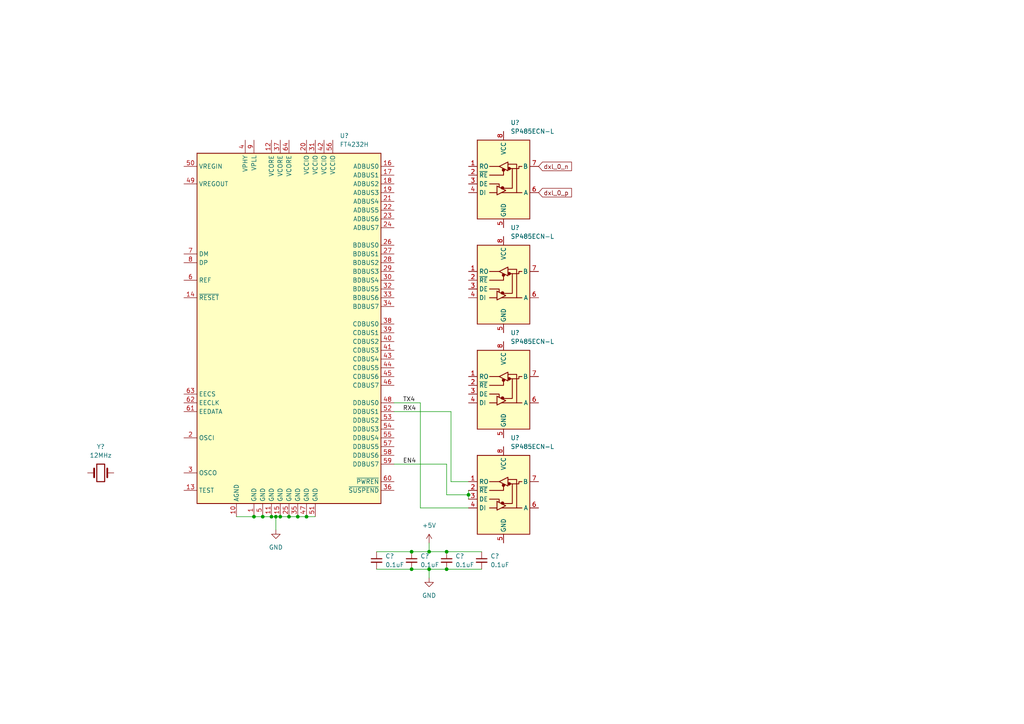
<source format=kicad_sch>
(kicad_sch (version 20211123) (generator eeschema)
  (paper "A4")
  (lib_symbols
    (symbol "Device:C_Small" (pin_numbers hide) (pin_names (offset 0.254) hide)
      (property "Reference" "C" (at 0.254 1.778 0))
      (property "Value" "C_Small" (at 0.254 -2.032 0))
      (symbol "C_Small_0_1"
        (polyline (pts (xy -1.524 -0.508) (xy 1.524 -0.508)) (stroke (width 0.3302)))
        (polyline (pts (xy -1.524 0.508) (xy 1.524 0.508)) (stroke (width 0.3048)))
      )
      (symbol "C_Small_1_1"
        (pin passive line (at 0 2.54 270) (length 2.032) (name "~") (number "1"))
        (pin passive line (at 0 -2.54 90) (length 2.032) (name "~") (number "2"))
      )
    )
    (symbol "Device:Crystal" (pin_numbers hide) (pin_names (offset 1.016) hide)
      (property "Reference" "Y" (at 0 3.81 0))
      (property "Value" "Crystal" (at 0 -3.81 0))
      (symbol "Crystal_0_1"
        (rectangle (start -1.143 2.54) (end 1.143 -2.54) (stroke (width 0.3048)))
        (polyline (pts (xy -2.54 0) (xy -1.905 0)))
        (polyline (pts (xy -1.905 -1.27) (xy -1.905 1.27)) (stroke (width 0.508)))
        (polyline (pts (xy 1.905 -1.27) (xy 1.905 1.27)) (stroke (width 0.508)))
        (polyline (pts (xy 2.54 0) (xy 1.905 0)))
      )
      (symbol "Crystal_1_1"
        (pin passive line (at -3.81 0 0) (length 1.27) (name "1") (number "1"))
        (pin passive line (at 3.81 0 180) (length 1.27) (name "2") (number "2"))
      )
    )
    (symbol "Interface_UART:MAX485E"
      (property "Reference" "U" (at -6.096 11.43 0))
      (property "Value" "MAX485E" (at 0.762 11.43 0))
      (symbol "MAX485E_0_1"
        (rectangle (start -7.62 10.16) (end 7.62 -12.7) (stroke (width 0.254)) (fill (type background)))
        (circle (center -0.3048 -3.683) (radius 0.3556) (stroke (width 0.254)) (fill (type outline)))
        (circle (center -0.0254 1.4986) (radius 0.3556) (stroke (width 0.254)) (fill (type outline)))
        (polyline (pts (xy -4.064 -5.08) (xy -1.905 -5.08)) (stroke (width 0.254)))
        (polyline (pts (xy -4.064 2.54) (xy -1.27 2.54)) (stroke (width 0.254)))
        (polyline (pts (xy -1.27 -3.2004) (xy -1.27 -3.4544)) (stroke (width 0.254)))
        (polyline (pts (xy -0.635 -5.08) (xy 5.334 -5.08)) (stroke (width 0.254)))
        (polyline (pts (xy -4.064 -2.54) (xy -1.27 -2.54) (xy -1.27 -3.175)) (stroke (width 0.254)))
        (polyline (pts (xy 0 1.27) (xy 0 0) (xy -4.064 0)) (stroke (width 0.254)))
        (polyline (pts (xy 1.27 3.175) (xy 3.81 3.175) (xy 3.81 -5.08)) (stroke (width 0.254)))
        (polyline (pts (xy 2.54 1.905) (xy 2.54 -3.81) (xy 0 -3.81)) (stroke (width 0.254)))
        (polyline (pts (xy -1.905 -3.175) (xy -1.905 -5.715) (xy 0.635 -4.445) (xy -1.905 -3.175)) (stroke (width 0.254)))
        (polyline (pts (xy -1.27 2.54) (xy 1.27 3.81) (xy 1.27 1.27) (xy -1.27 2.54)) (stroke (width 0.254)))
        (polyline (pts (xy 1.905 1.905) (xy 4.445 1.905) (xy 4.445 2.54) (xy 5.334 2.54)) (stroke (width 0.254)))
        (rectangle (start 1.27 3.175) (end 1.27 3.175))
        (circle (center 1.651 1.905) (radius 0.3556) (stroke (width 0.254)) (fill (type outline)))
      )
      (symbol "MAX485E_1_1"
        (pin output line (at -10.16 2.54 0) (length 2.54) (name "RO") (number "1"))
        (pin input line (at -10.16 0 0) (length 2.54) (name "~{RE}") (number "2"))
        (pin input line (at -10.16 -2.54 0) (length 2.54) (name "DE") (number "3"))
        (pin input line (at -10.16 -5.08 0) (length 2.54) (name "DI") (number "4"))
        (pin power_in line (at 0 -15.24 90) (length 2.54) (name "GND") (number "5"))
        (pin bidirectional line (at 10.16 -5.08 180) (length 2.54) (name "A") (number "6"))
        (pin bidirectional line (at 10.16 2.54 180) (length 2.54) (name "B") (number "7"))
        (pin power_in line (at 0 12.7 270) (length 2.54) (name "VCC") (number "8"))
      )
    )
    (symbol "Interface_USB:FT4232H"
      (property "Reference" "U" (at -26.67 53.34 0))
      (property "Value" "FT4232H" (at 19.05 53.34 0))
      (symbol "FT4232H_0_1"
        (rectangle (start -26.67 -49.53) (end 26.67 52.07) (stroke (width 0.254)) (fill (type background)))
      )
      (symbol "FT4232H_1_1"
        (pin power_in line (at -10.16 -53.34 90) (length 3.81) (name "GND") (number "1"))
        (pin power_in line (at -15.24 -53.34 90) (length 3.81) (name "AGND") (number "10"))
        (pin power_in line (at -5.08 -53.34 90) (length 3.81) (name "GND") (number "11"))
        (pin power_in line (at -5.08 55.88 270) (length 3.81) (name "VCORE") (number "12"))
        (pin input line (at -30.48 -45.72 0) (length 3.81) (name "TEST") (number "13"))
        (pin input line (at -30.48 10.16 0) (length 3.81) (name "~{RESET}") (number "14"))
        (pin power_in line (at -2.54 -53.34 90) (length 3.81) (name "GND") (number "15"))
        (pin bidirectional line (at 30.48 48.26 180) (length 3.81) (name "ADBUS0") (number "16"))
        (pin bidirectional line (at 30.48 45.72 180) (length 3.81) (name "ADBUS1") (number "17"))
        (pin bidirectional line (at 30.48 43.18 180) (length 3.81) (name "ADBUS2") (number "18"))
        (pin bidirectional line (at 30.48 40.64 180) (length 3.81) (name "ADBUS3") (number "19"))
        (pin input line (at -30.48 -30.48 0) (length 3.81) (name "OSCI") (number "2"))
        (pin power_in line (at 5.08 55.88 270) (length 3.81) (name "VCCIO") (number "20"))
        (pin bidirectional line (at 30.48 38.1 180) (length 3.81) (name "ADBUS4") (number "21"))
        (pin bidirectional line (at 30.48 35.56 180) (length 3.81) (name "ADBUS5") (number "22"))
        (pin bidirectional line (at 30.48 33.02 180) (length 3.81) (name "ADBUS6") (number "23"))
        (pin bidirectional line (at 30.48 30.48 180) (length 3.81) (name "ADBUS7") (number "24"))
        (pin power_in line (at 0 -53.34 90) (length 3.81) (name "GND") (number "25"))
        (pin bidirectional line (at 30.48 25.4 180) (length 3.81) (name "BDBUS0") (number "26"))
        (pin bidirectional line (at 30.48 22.86 180) (length 3.81) (name "BDBUS1") (number "27"))
        (pin bidirectional line (at 30.48 20.32 180) (length 3.81) (name "BDBUS2") (number "28"))
        (pin bidirectional line (at 30.48 17.78 180) (length 3.81) (name "BDBUS3") (number "29"))
        (pin output line (at -30.48 -40.64 0) (length 3.81) (name "OSCO") (number "3"))
        (pin bidirectional line (at 30.48 15.24 180) (length 3.81) (name "BDBUS4") (number "30"))
        (pin power_in line (at 7.62 55.88 270) (length 3.81) (name "VCCIO") (number "31"))
        (pin bidirectional line (at 30.48 12.7 180) (length 3.81) (name "BDBUS5") (number "32"))
        (pin bidirectional line (at 30.48 10.16 180) (length 3.81) (name "BDBUS6") (number "33"))
        (pin bidirectional line (at 30.48 7.62 180) (length 3.81) (name "BDBUS7") (number "34"))
        (pin power_in line (at 2.54 -53.34 90) (length 3.81) (name "GND") (number "35"))
        (pin output line (at 30.48 -45.72 180) (length 3.81) (name "~{SUSPEND}") (number "36"))
        (pin power_in line (at -2.54 55.88 270) (length 3.81) (name "VCORE") (number "37"))
        (pin bidirectional line (at 30.48 2.54 180) (length 3.81) (name "CDBUS0") (number "38"))
        (pin bidirectional line (at 30.48 0 180) (length 3.81) (name "CDBUS1") (number "39"))
        (pin power_in line (at -12.7 55.88 270) (length 3.81) (name "VPHY") (number "4"))
        (pin bidirectional line (at 30.48 -2.54 180) (length 3.81) (name "CDBUS2") (number "40"))
        (pin bidirectional line (at 30.48 -5.08 180) (length 3.81) (name "CDBUS3") (number "41"))
        (pin power_in line (at 10.16 55.88 270) (length 3.81) (name "VCCIO") (number "42"))
        (pin bidirectional line (at 30.48 -7.62 180) (length 3.81) (name "CDBUS4") (number "43"))
        (pin bidirectional line (at 30.48 -10.16 180) (length 3.81) (name "CDBUS5") (number "44"))
        (pin bidirectional line (at 30.48 -12.7 180) (length 3.81) (name "CDBUS6") (number "45"))
        (pin bidirectional line (at 30.48 -15.24 180) (length 3.81) (name "CDBUS7") (number "46"))
        (pin power_in line (at 5.08 -53.34 90) (length 3.81) (name "GND") (number "47"))
        (pin bidirectional line (at 30.48 -20.32 180) (length 3.81) (name "DDBUS0") (number "48"))
        (pin power_out line (at -30.48 43.18 0) (length 3.81) (name "VREGOUT") (number "49"))
        (pin power_in line (at -7.62 -53.34 90) (length 3.81) (name "GND") (number "5"))
        (pin power_in line (at -30.48 48.26 0) (length 3.81) (name "VREGIN") (number "50"))
        (pin power_in line (at 7.62 -53.34 90) (length 3.81) (name "GND") (number "51"))
        (pin bidirectional line (at 30.48 -22.86 180) (length 3.81) (name "DDBUS1") (number "52"))
        (pin bidirectional line (at 30.48 -25.4 180) (length 3.81) (name "DDBUS2") (number "53"))
        (pin bidirectional line (at 30.48 -27.94 180) (length 3.81) (name "DDBUS3") (number "54"))
        (pin bidirectional line (at 30.48 -30.48 180) (length 3.81) (name "DDBUS4") (number "55"))
        (pin power_in line (at 12.7 55.88 270) (length 3.81) (name "VCCIO") (number "56"))
        (pin bidirectional line (at 30.48 -33.02 180) (length 3.81) (name "DDBUS5") (number "57"))
        (pin bidirectional line (at 30.48 -35.56 180) (length 3.81) (name "DDBUS6") (number "58"))
        (pin bidirectional line (at 30.48 -38.1 180) (length 3.81) (name "DDBUS7") (number "59"))
        (pin input line (at -30.48 15.24 0) (length 3.81) (name "REF") (number "6"))
        (pin output line (at 30.48 -43.18 180) (length 3.81) (name "~{PWREN}") (number "60"))
        (pin bidirectional line (at -30.48 -22.86 0) (length 3.81) (name "EEDATA") (number "61"))
        (pin output line (at -30.48 -20.32 0) (length 3.81) (name "EECLK") (number "62"))
        (pin output line (at -30.48 -17.78 0) (length 3.81) (name "EECS") (number "63"))
        (pin power_in line (at 0 55.88 270) (length 3.81) (name "VCORE") (number "64"))
        (pin bidirectional line (at -30.48 22.86 0) (length 3.81) (name "DM") (number "7"))
        (pin bidirectional line (at -30.48 20.32 0) (length 3.81) (name "DP") (number "8"))
        (pin power_in line (at -10.16 55.88 270) (length 3.81) (name "VPLL") (number "9"))
      )
    )
    (symbol "power:+5V" (power) (pin_names (offset 0))
      (property "Value" "+5V" (at 0 3.556 0))
      (symbol "+5V_0_1"
        (polyline (pts (xy -0.762 1.27) (xy 0 2.54)))
        (polyline (pts (xy 0 0) (xy 0 2.54)))
        (polyline (pts (xy 0 2.54) (xy 0.762 1.27)))
      )
      (symbol "+5V_1_1"
        (pin power_in line (at 0 0 90) (length 0) hide (name "+5V") (number "1"))
      )
    )
    (symbol "power:GND" (power) (pin_names (offset 0))
      (property "Value" "GND" (at 0 -3.81 0))
      (symbol "GND_0_1"
        (polyline (pts (xy 0 0) (xy 0 -1.27) (xy 1.27 -1.27) (xy 0 -2.54) (xy -1.27 -1.27) (xy 0 -1.27)))
      )
      (symbol "GND_1_1"
        (pin power_in line (at 0 0 270) (length 0) hide (name "GND") (number "1"))
      )
    )
  )
  (junction (at 73.66 149.86))
  (junction (at 129.54 160.02))
  (junction (at 119.38 160.02))
  (junction (at 80.01 149.86))
  (junction (at 129.54 165.1))
  (junction (at 78.74 149.86))
  (junction (at 124.46 165.1))
  (junction (at 88.9 149.86))
  (junction (at 135.89 143.51))
  (junction (at 119.38 165.1))
  (junction (at 86.36 149.86))
  (junction (at 76.2 149.86))
  (junction (at 124.46 160.02))
  (junction (at 81.28 149.86))
  (junction (at 83.82 149.86))
  (wire (pts (xy 88.9 149.86) (xy 91.44 149.86)))
  (wire (pts (xy 124.46 165.1) (xy 124.46 167.64)))
  (wire (pts (xy 83.82 149.86) (xy 86.36 149.86)))
  (wire (pts (xy 114.3 134.62) (xy 129.54 134.62)))
  (wire (pts (xy 130.81 139.7) (xy 135.89 139.7)))
  (wire (pts (xy 73.66 149.86) (xy 76.2 149.86)))
  (wire (pts (xy 129.54 160.02) (xy 139.7 160.02)))
  (wire (pts (xy 124.46 157.48) (xy 124.46 160.02)))
  (wire (pts (xy 68.58 149.86) (xy 73.66 149.86)))
  (wire (pts (xy 129.54 165.1) (xy 139.7 165.1)))
  (wire (pts (xy 129.54 134.62) (xy 129.54 143.51)))
  (wire (pts (xy 124.46 160.02) (xy 129.54 160.02)))
  (wire (pts (xy 135.89 143.51) (xy 135.89 142.24)))
  (wire (pts (xy 114.3 116.84) (xy 121.92 116.84)))
  (wire (pts (xy 119.38 160.02) (xy 124.46 160.02)))
  (wire (pts (xy 81.28 149.86) (xy 83.82 149.86)))
  (wire (pts (xy 76.2 149.86) (xy 78.74 149.86)))
  (wire (pts (xy 129.54 143.51) (xy 135.89 143.51)))
  (wire (pts (xy 80.01 149.86) (xy 81.28 149.86)))
  (wire (pts (xy 121.92 147.32) (xy 135.89 147.32)))
  (wire (pts (xy 114.3 119.38) (xy 130.81 119.38)))
  (wire (pts (xy 135.89 143.51) (xy 135.89 144.78)))
  (wire (pts (xy 78.74 149.86) (xy 80.01 149.86)))
  (wire (pts (xy 124.46 165.1) (xy 129.54 165.1)))
  (wire (pts (xy 119.38 165.1) (xy 124.46 165.1)))
  (wire (pts (xy 86.36 149.86) (xy 88.9 149.86)))
  (wire (pts (xy 121.92 116.84) (xy 121.92 147.32)))
  (wire (pts (xy 109.22 160.02) (xy 119.38 160.02)))
  (wire (pts (xy 80.01 149.86) (xy 80.01 153.67)))
  (wire (pts (xy 109.22 165.1) (xy 119.38 165.1)))
  (wire (pts (xy 130.81 119.38) (xy 130.81 139.7)))
  (label "TX4" (at 116.84 116.84 0))
  (label "RX4" (at 116.84 119.38 0))
  (label "EN4" (at 116.84 134.62 0))
  (global_label "dxl_0_n" (shape input) (at 156.21 48.26 0) (property "Intersheet References" "${INTERSHEET_REFS}" (effects hide)))
  (global_label "dxl_0_p" (shape input) (at 156.21 55.88 0) (property "Intersheet References" "${INTERSHEET_REFS}" (effects hide)))
  (symbol (lib_id "Device:C_Small") (at 129.54 162.56 0) (unit 1)
    (property "Reference" "C?" (at 132.08 161.2962 0) (effects (justify left)))
    (property "Value" "0.1uF" (at 132.08 163.8362 0) (effects (justify left)))
  )
  (symbol (lib_id "Device:C_Small") (at 119.38 162.56 0) (unit 1)
    (property "Reference" "C?" (at 121.92 161.2962 0) (effects (justify left)))
    (property "Value" "0.1uF" (at 121.92 163.8362 0) (effects (justify left)))
  )
  (symbol (lib_id "Interface_UART:MAX485E") (at 146.05 111.76 0) (unit 1)
    (property "Reference" "U?" (at 148.0694 96.52 0) (effects (justify left)))
    (property "Value" "SP485ECN-L" (at 148.0694 99.06 0) (effects (justify left)))
    (property "Datasheet" "https://datasheets.maximintegrated.com/en/ds/MAX1487E-MAX491E.pdf" (effects hide))
  )
  (symbol (lib_id "Interface_UART:MAX485E") (at 146.05 50.8 0) (unit 1)
    (property "Reference" "U?" (at 148.0694 35.56 0) (effects (justify left)))
    (property "Value" "SP485ECN-L" (at 148.0694 38.1 0) (effects (justify left)))
    (property "Datasheet" "https://datasheets.maximintegrated.com/en/ds/MAX1487E-MAX491E.pdf" (effects hide))
  )
  (symbol (lib_id "Device:Crystal") (at 29.21 137.16 0) (unit 1)
    (property "Reference" "Y?" (at 29.21 129.54 0))
    (property "Value" "12MHz" (at 29.21 132.08 0))
  )
  (symbol (lib_id "power:GND") (at 124.46 167.64 0) (unit 1)
    (property "Reference" "#PWR?" (effects hide))
    (property "Value" "GND" (at 124.46 172.72 0))
  )
  (symbol (lib_id "power:GND") (at 80.01 153.67 0) (unit 1)
    (property "Reference" "#PWR?" (effects hide))
    (property "Value" "GND" (at 80.01 158.75 0))
  )
  (symbol (lib_id "Device:C_Small") (at 139.7 162.56 0) (unit 1)
    (property "Reference" "C?" (at 142.24 161.2962 0) (effects (justify left)))
    (property "Value" "0.1uF" (at 142.24 163.8362 0) (effects (justify left)))
  )
  (symbol (lib_id "Interface_UART:MAX485E") (at 146.05 142.24 0) (unit 1)
    (property "Reference" "U?" (at 148.0694 127 0) (effects (justify left)))
    (property "Value" "SP485ECN-L" (at 148.0694 129.54 0) (effects (justify left)))
    (property "Datasheet" "https://datasheets.maximintegrated.com/en/ds/MAX1487E-MAX491E.pdf" (effects hide))
  )
  (symbol (lib_id "Interface_USB:FT4232H") (at 83.82 96.52 0) (unit 1)
    (property "Reference" "U?" (at 98.5394 39.37 0) (effects (justify left)))
    (property "Value" "FT4232H" (at 98.5394 41.91 0) (effects (justify left)))
    (property "Datasheet" "https://www.ftdichip.com/Support/Documents/DataSheets/ICs/DS_FT4232H.pdf" (effects hide))
  )
  (symbol (lib_id "Interface_UART:MAX485E") (at 146.05 81.28 0) (unit 1)
    (property "Reference" "U?" (at 148.0694 66.04 0) (effects (justify left)))
    (property "Value" "SP485ECN-L" (at 148.0694 68.58 0) (effects (justify left)))
    (property "Datasheet" "https://datasheets.maximintegrated.com/en/ds/MAX1487E-MAX491E.pdf" (effects hide))
  )
  (symbol (lib_id "Device:C_Small") (at 109.22 162.56 0) (unit 1)
    (property "Reference" "C?" (at 111.76 161.2962 0) (effects (justify left)))
    (property "Value" "0.1uF" (at 111.76 163.8362 0) (effects (justify left)))
  )
  (symbol (lib_id "power:+5V") (at 124.46 157.48 0) (unit 1)
    (property "Reference" "#PWR?" (effects hide))
    (property "Value" "+5V" (at 124.46 152.4 0))
  )
)
</source>
